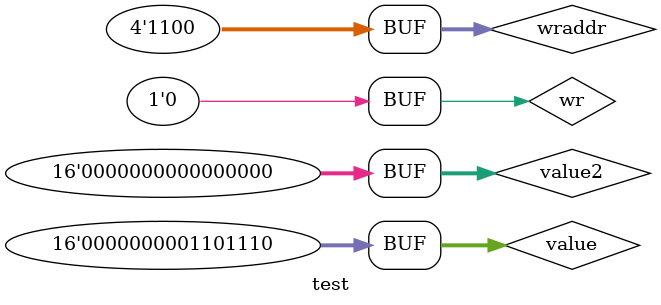
<source format=v>
`timescale 1ns / 1ps

module test;

	// Inputs
	reg [3:0] wraddr;
	reg [15:0] value;
	reg [15:0] value2;
	reg wr;

	// Outputs
	wire [15:0] addr;

	// Instantiate the Unit Under Test (UUT)
	memory uut (
		.wraddr(wraddr), 
		.value(value), 
		.value2(value2), 
		.wr(wr), 
		.addr(addr)
	);

	initial begin
		// Initialize Inputs
		wraddr = 0;
		value = 0;
		value2 = 0;
		wr = 0;

		// Wait 100 ns for global reset to finish
		#100;
		wraddr = 10; //x1101xxx
		value = 16'b0000000001101000;
		value2 = 16'b0000000010000111;
		wr=1;
	   #100;
		wraddr = 11; //0110xxxx
		value = 16'b0000000001100000;
		value2 = 16'b0000000000001111;
		wr=1;
		#100;
		wraddr = 12; //0111xxxx
		value = 16'b0000000001110000;
		value2 = 16'b0000000000001111;
		wr=1;
		#100; //01101110
		value = 16'b00000000_01101110;
		value2 = 16'b00000000_00000000;
		wr=0;

	end
      
endmodule


</source>
